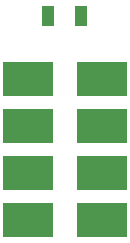
<source format=gbp>
%FSLAX25Y25*%
%MOIN*%
G70*
G01*
G75*
G04 Layer_Color=6049101*
%ADD10P,0.08352X4X285.0*%
%ADD11P,0.08352X4X165.0*%
%ADD12R,0.05906X0.05906*%
%ADD13C,0.02500*%
%ADD14C,0.16500*%
%ADD15C,0.04000*%
%ADD16R,0.05000X0.08000*%
%ADD17R,0.17716X0.12205*%
%ADD18C,0.01000*%
%ADD19P,0.06937X4X285.0*%
%ADD20P,0.06937X4X165.0*%
%ADD21R,0.04906X0.04906*%
%ADD22R,0.04000X0.07000*%
%ADD23R,0.16716X0.11205*%
D22*
X432000Y581500D02*
D03*
X443000D02*
D03*
D23*
X425500Y513500D02*
D03*
Y529248D02*
D03*
Y544996D02*
D03*
X450106Y513500D02*
D03*
Y529248D02*
D03*
Y544996D02*
D03*
X425500Y560744D02*
D03*
X450106D02*
D03*
M02*

</source>
